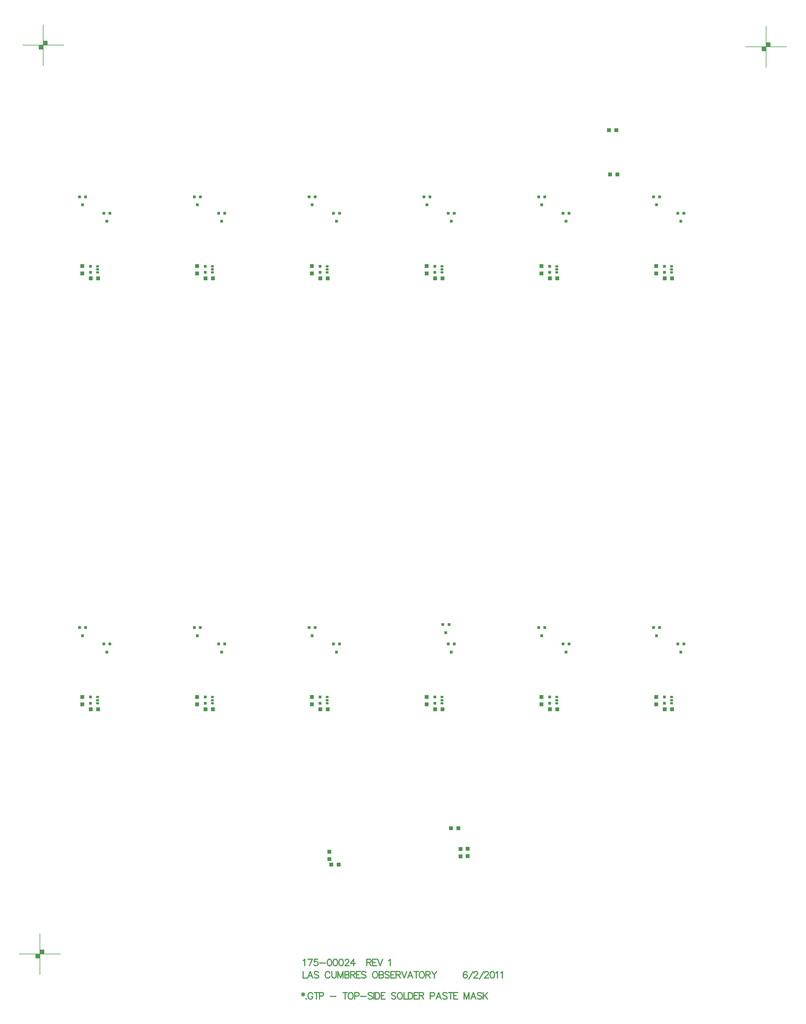
<source format=gtp>
%FSLAX23Y23*%
%MOIN*%
G70*
G01*
G75*
G04 Layer_Color=8421504*
%ADD10R,0.035X0.037*%
%ADD11R,0.035X0.037*%
%ADD12R,0.036X0.036*%
%ADD13R,0.036X0.028*%
%ADD14R,0.050X0.050*%
%ADD15R,0.050X0.050*%
%ADD16C,0.005*%
%ADD17C,0.010*%
%ADD18C,0.050*%
%ADD19C,0.012*%
%ADD20C,0.012*%
%ADD21C,0.008*%
%ADD22C,0.012*%
%ADD23C,0.157*%
%ADD24C,0.079*%
%ADD25C,0.020*%
%ADD26C,0.220*%
%ADD27C,0.039*%
%ADD28C,0.055*%
%ADD29R,0.055X0.055*%
%ADD30C,0.116*%
%ADD31C,0.085*%
%ADD32R,0.098X0.098*%
%ADD33C,0.098*%
%ADD34C,0.080*%
%ADD35C,0.065*%
%ADD36C,0.059*%
%ADD37C,0.055*%
%ADD38R,0.059X0.059*%
%ADD39C,0.110*%
%ADD40C,0.217*%
%ADD41C,0.200*%
%ADD42C,0.026*%
%ADD43C,0.050*%
%ADD44C,0.024*%
%ADD45C,0.025*%
%ADD46C,0.040*%
%ADD47C,0.131*%
%ADD48C,0.076*%
%ADD49C,0.206*%
%ADD50C,0.080*%
%ADD51C,0.075*%
%ADD52C,0.168*%
%ADD53C,0.102*%
%ADD54C,0.091*%
G04:AMPARAMS|DCode=55|XSize=111.181mil|YSize=111.181mil|CornerRadius=0mil|HoleSize=0mil|Usage=FLASHONLY|Rotation=0.000|XOffset=0mil|YOffset=0mil|HoleType=Round|Shape=Relief|Width=30mil|Gap=10mil|Entries=4|*
%AMTHD55*
7,0,0,0.111,0.091,0.030,45*
%
%ADD55THD55*%
G04:AMPARAMS|DCode=56|XSize=112mil|YSize=112mil|CornerRadius=0mil|HoleSize=0mil|Usage=FLASHONLY|Rotation=0.000|XOffset=0mil|YOffset=0mil|HoleType=Round|Shape=Relief|Width=30mil|Gap=10mil|Entries=4|*
%AMTHD56*
7,0,0,0.112,0.092,0.030,45*
%
%ADD56THD56*%
%ADD57C,0.092*%
%ADD58C,0.138*%
%ADD59C,0.073*%
%ADD60C,0.099*%
G04:AMPARAMS|DCode=61|XSize=119.055mil|YSize=119.055mil|CornerRadius=0mil|HoleSize=0mil|Usage=FLASHONLY|Rotation=0.000|XOffset=0mil|YOffset=0mil|HoleType=Round|Shape=Relief|Width=30mil|Gap=10mil|Entries=4|*
%AMTHD61*
7,0,0,0.119,0.099,0.030,45*
%
%ADD61THD61*%
%ADD62C,0.075*%
G04:AMPARAMS|DCode=63|XSize=130mil|YSize=130mil|CornerRadius=0mil|HoleSize=0mil|Usage=FLASHONLY|Rotation=0.000|XOffset=0mil|YOffset=0mil|HoleType=Round|Shape=Relief|Width=30mil|Gap=10mil|Entries=4|*
%AMTHD63*
7,0,0,0.130,0.110,0.030,45*
%
%ADD63THD63*%
%ADD64C,0.168*%
%ADD65C,0.053*%
G04:AMPARAMS|DCode=66|XSize=88mil|YSize=88mil|CornerRadius=0mil|HoleSize=0mil|Usage=FLASHONLY|Rotation=0.000|XOffset=0mil|YOffset=0mil|HoleType=Round|Shape=Relief|Width=30mil|Gap=10mil|Entries=4|*
%AMTHD66*
7,0,0,0.088,0.068,0.030,45*
%
%ADD66THD66*%
G04:AMPARAMS|DCode=67|XSize=70mil|YSize=70mil|CornerRadius=0mil|HoleSize=0mil|Usage=FLASHONLY|Rotation=0.000|XOffset=0mil|YOffset=0mil|HoleType=Round|Shape=Relief|Width=30mil|Gap=10mil|Entries=4|*
%AMTHD67*
7,0,0,0.070,0.050,0.030,45*
%
%ADD67THD67*%
%ADD68C,0.068*%
G04:AMPARAMS|DCode=69|XSize=100mil|YSize=100mil|CornerRadius=0mil|HoleSize=0mil|Usage=FLASHONLY|Rotation=0.000|XOffset=0mil|YOffset=0mil|HoleType=Round|Shape=Relief|Width=10mil|Gap=10mil|Entries=4|*
%AMTHD69*
7,0,0,0.100,0.080,0.010,45*
%
%ADD69THD69*%
G04:AMPARAMS|DCode=70|XSize=70mil|YSize=70mil|CornerRadius=0mil|HoleSize=0mil|Usage=FLASHONLY|Rotation=0.000|XOffset=0mil|YOffset=0mil|HoleType=Round|Shape=Relief|Width=10mil|Gap=10mil|Entries=4|*
%AMTHD70*
7,0,0,0.070,0.050,0.010,45*
%
%ADD70THD70*%
G04:AMPARAMS|DCode=71|XSize=150.551mil|YSize=150.551mil|CornerRadius=0mil|HoleSize=0mil|Usage=FLASHONLY|Rotation=0.000|XOffset=0mil|YOffset=0mil|HoleType=Round|Shape=Relief|Width=10mil|Gap=10mil|Entries=4|*
%AMTHD71*
7,0,0,0.151,0.131,0.010,45*
%
%ADD71THD71*%
G04:AMPARAMS|DCode=72|XSize=96.221mil|YSize=96.221mil|CornerRadius=0mil|HoleSize=0mil|Usage=FLASHONLY|Rotation=0.000|XOffset=0mil|YOffset=0mil|HoleType=Round|Shape=Relief|Width=10mil|Gap=10mil|Entries=4|*
%AMTHD72*
7,0,0,0.096,0.076,0.010,45*
%
%ADD72THD72*%
G04:AMPARAMS|DCode=73|XSize=95mil|YSize=95mil|CornerRadius=0mil|HoleSize=0mil|Usage=FLASHONLY|Rotation=0.000|XOffset=0mil|YOffset=0mil|HoleType=Round|Shape=Relief|Width=10mil|Gap=10mil|Entries=4|*
%AMTHD73*
7,0,0,0.095,0.075,0.010,45*
%
%ADD73THD73*%
G04:AMPARAMS|DCode=74|XSize=122mil|YSize=122mil|CornerRadius=0mil|HoleSize=0mil|Usage=FLASHONLY|Rotation=0.000|XOffset=0mil|YOffset=0mil|HoleType=Round|Shape=Relief|Width=10mil|Gap=10mil|Entries=4|*
%AMTHD74*
7,0,0,0.122,0.102,0.010,45*
%
%ADD74THD74*%
G04:AMPARAMS|DCode=75|XSize=112mil|YSize=112mil|CornerRadius=0mil|HoleSize=0mil|Usage=FLASHONLY|Rotation=0.000|XOffset=0mil|YOffset=0mil|HoleType=Round|Shape=Relief|Width=10mil|Gap=10mil|Entries=4|*
%AMTHD75*
7,0,0,0.112,0.092,0.010,45*
%
%ADD75THD75*%
G04:AMPARAMS|DCode=76|XSize=93.465mil|YSize=93.465mil|CornerRadius=0mil|HoleSize=0mil|Usage=FLASHONLY|Rotation=0.000|XOffset=0mil|YOffset=0mil|HoleType=Round|Shape=Relief|Width=10mil|Gap=10mil|Entries=4|*
%AMTHD76*
7,0,0,0.093,0.073,0.010,45*
%
%ADD76THD76*%
G04:AMPARAMS|DCode=77|XSize=95.433mil|YSize=95.433mil|CornerRadius=0mil|HoleSize=0mil|Usage=FLASHONLY|Rotation=0.000|XOffset=0mil|YOffset=0mil|HoleType=Round|Shape=Relief|Width=10mil|Gap=10mil|Entries=4|*
%AMTHD77*
7,0,0,0.095,0.075,0.010,45*
%
%ADD77THD77*%
G04:AMPARAMS|DCode=78|XSize=72.992mil|YSize=72.992mil|CornerRadius=0mil|HoleSize=0mil|Usage=FLASHONLY|Rotation=0.000|XOffset=0mil|YOffset=0mil|HoleType=Round|Shape=Relief|Width=10mil|Gap=10mil|Entries=4|*
%AMTHD78*
7,0,0,0.073,0.053,0.010,45*
%
%ADD78THD78*%
G04:AMPARAMS|DCode=79|XSize=88mil|YSize=88mil|CornerRadius=0mil|HoleSize=0mil|Usage=FLASHONLY|Rotation=0.000|XOffset=0mil|YOffset=0mil|HoleType=Round|Shape=Relief|Width=10mil|Gap=10mil|Entries=4|*
%AMTHD79*
7,0,0,0.088,0.068,0.010,45*
%
%ADD79THD79*%
%ADD80R,0.075X0.037*%
%ADD81R,0.272X0.268*%
%ADD82R,0.057X0.012*%
%ADD83R,0.025X0.185*%
%ADD84R,0.025X0.100*%
%ADD85R,0.016X0.020*%
%ADD86R,0.020X0.020*%
%ADD87R,0.070X0.135*%
%ADD88R,0.078X0.048*%
%ADD89R,0.063X0.075*%
%ADD90O,0.028X0.098*%
%ADD91R,0.045X0.017*%
%ADD92R,0.087X0.059*%
%ADD93R,0.126X0.060*%
%ADD94R,0.065X0.094*%
%ADD95O,0.027X0.010*%
%ADD96R,0.094X0.065*%
%ADD97O,0.010X0.024*%
%ADD98R,0.040X0.067*%
%ADD99R,0.051X0.059*%
%ADD100R,0.070X0.025*%
%ADD101R,0.059X0.051*%
%ADD102R,0.059X0.087*%
%ADD103C,0.020*%
%ADD104C,0.030*%
%ADD105C,0.010*%
%ADD106C,0.010*%
%ADD107C,0.008*%
%ADD108C,0.006*%
%ADD109C,0.007*%
%ADD110R,0.384X0.322*%
D10*
X36445Y21314D02*
D03*
X36482Y21412D02*
D03*
X29740Y26365D02*
D03*
X29777Y26463D02*
D03*
X31140Y26365D02*
D03*
X31177Y26463D02*
D03*
X32540Y26365D02*
D03*
X32577Y26463D02*
D03*
X33940Y26365D02*
D03*
X33977Y26463D02*
D03*
X35340Y26365D02*
D03*
X35377Y26463D02*
D03*
X36740Y26365D02*
D03*
X36777Y26463D02*
D03*
X29740Y21114D02*
D03*
X29777Y21212D02*
D03*
X31140Y21114D02*
D03*
X31177Y21212D02*
D03*
X32540Y21114D02*
D03*
X32577Y21212D02*
D03*
X33940Y21114D02*
D03*
X33977Y21212D02*
D03*
X35340Y21114D02*
D03*
X35377Y21212D02*
D03*
X36740Y21114D02*
D03*
X36777Y21212D02*
D03*
X29445Y26565D02*
D03*
X29482Y26663D02*
D03*
X30845Y26565D02*
D03*
X30882Y26663D02*
D03*
X32245Y26565D02*
D03*
X32282Y26663D02*
D03*
X33645Y26565D02*
D03*
X33682Y26663D02*
D03*
X35045Y26565D02*
D03*
X35082Y26663D02*
D03*
X36445Y26565D02*
D03*
X36482Y26663D02*
D03*
X29445Y21314D02*
D03*
X29482Y21412D02*
D03*
X30845Y21314D02*
D03*
X30882Y21412D02*
D03*
X32245Y21314D02*
D03*
X32282Y21412D02*
D03*
X33875Y21351D02*
D03*
X33913Y21449D02*
D03*
X35045Y21314D02*
D03*
X35082Y21412D02*
D03*
D11*
X36408Y21412D02*
D03*
X29703Y26463D02*
D03*
X31103D02*
D03*
X32503D02*
D03*
X33903D02*
D03*
X35303D02*
D03*
X36703D02*
D03*
X29703Y21212D02*
D03*
X31103D02*
D03*
X32503D02*
D03*
X33903D02*
D03*
X35303D02*
D03*
X36703D02*
D03*
X29408Y26663D02*
D03*
X30808D02*
D03*
X32208D02*
D03*
X33608D02*
D03*
X35008D02*
D03*
X36408D02*
D03*
X29408Y21412D02*
D03*
X30808D02*
D03*
X32208D02*
D03*
X33838Y21449D02*
D03*
X35008Y21412D02*
D03*
D12*
X36542Y20565D02*
D03*
Y20491D02*
D03*
X29542Y25816D02*
D03*
Y25742D02*
D03*
X30942Y25816D02*
D03*
Y25742D02*
D03*
X32342Y25816D02*
D03*
Y25742D02*
D03*
X33742Y25816D02*
D03*
Y25742D02*
D03*
X35142Y25816D02*
D03*
Y25742D02*
D03*
X36542Y25816D02*
D03*
Y25742D02*
D03*
X29542Y20565D02*
D03*
Y20491D02*
D03*
X30942Y20565D02*
D03*
Y20491D02*
D03*
X32342Y20565D02*
D03*
Y20491D02*
D03*
X33742Y20565D02*
D03*
Y20491D02*
D03*
X35142Y20565D02*
D03*
Y20491D02*
D03*
D13*
X36628Y20528D02*
D03*
Y20565D02*
D03*
Y20491D02*
D03*
X29628Y25779D02*
D03*
Y25816D02*
D03*
Y25742D02*
D03*
X31028Y25779D02*
D03*
Y25816D02*
D03*
Y25742D02*
D03*
X32428Y25779D02*
D03*
Y25816D02*
D03*
Y25742D02*
D03*
X33828Y25779D02*
D03*
Y25816D02*
D03*
Y25742D02*
D03*
X35228Y25779D02*
D03*
Y25816D02*
D03*
Y25742D02*
D03*
X36628Y25779D02*
D03*
Y25816D02*
D03*
Y25742D02*
D03*
X29628Y20528D02*
D03*
Y20565D02*
D03*
Y20491D02*
D03*
X31028Y20528D02*
D03*
Y20565D02*
D03*
Y20491D02*
D03*
X32428Y20528D02*
D03*
Y20565D02*
D03*
Y20491D02*
D03*
X33828Y20528D02*
D03*
Y20565D02*
D03*
Y20491D02*
D03*
X35228Y20528D02*
D03*
Y20565D02*
D03*
Y20491D02*
D03*
D14*
X29440Y25819D02*
D03*
Y25729D02*
D03*
X30840Y25819D02*
D03*
Y25729D02*
D03*
X32240Y25819D02*
D03*
Y25729D02*
D03*
X33640Y25819D02*
D03*
Y25729D02*
D03*
X35040Y25819D02*
D03*
Y25729D02*
D03*
X36440Y25819D02*
D03*
Y25729D02*
D03*
X29440Y20568D02*
D03*
Y20478D02*
D03*
X30840Y20568D02*
D03*
Y20478D02*
D03*
X32240Y20568D02*
D03*
Y20478D02*
D03*
X33640Y20568D02*
D03*
Y20478D02*
D03*
X35040Y20568D02*
D03*
Y20478D02*
D03*
X36440Y20568D02*
D03*
Y20478D02*
D03*
X34142Y18628D02*
D03*
Y18718D02*
D03*
X34054Y18713D02*
D03*
Y18623D02*
D03*
X32454Y18589D02*
D03*
Y18679D02*
D03*
D15*
X35956Y27477D02*
D03*
X35866D02*
D03*
X35969Y26937D02*
D03*
X35879D02*
D03*
X34029Y18968D02*
D03*
X33939D02*
D03*
X32569Y18524D02*
D03*
X32479D02*
D03*
X29635Y25669D02*
D03*
X29545D02*
D03*
X31035D02*
D03*
X30945D02*
D03*
X32435D02*
D03*
X32345D02*
D03*
X33835D02*
D03*
X33745D02*
D03*
X35235D02*
D03*
X35145D02*
D03*
X36635D02*
D03*
X36545D02*
D03*
X29635Y20418D02*
D03*
X29545D02*
D03*
X31035D02*
D03*
X30945D02*
D03*
X32435D02*
D03*
X32345D02*
D03*
X33835D02*
D03*
X33745D02*
D03*
X35235D02*
D03*
X35145D02*
D03*
X36635D02*
D03*
X36545D02*
D03*
D19*
X32134Y16963D02*
Y16917D01*
X32115Y16952D02*
X32153Y16929D01*
Y16952D02*
X32115Y16929D01*
X32173Y16891D02*
X32169Y16887D01*
X32173Y16883D01*
X32177Y16887D01*
X32173Y16891D01*
X32252Y16944D02*
X32248Y16952D01*
X32240Y16959D01*
X32233Y16963D01*
X32217D01*
X32210Y16959D01*
X32202Y16952D01*
X32198Y16944D01*
X32195Y16933D01*
Y16913D01*
X32198Y16902D01*
X32202Y16894D01*
X32210Y16887D01*
X32217Y16883D01*
X32233D01*
X32240Y16887D01*
X32248Y16894D01*
X32252Y16902D01*
Y16913D01*
X32233D02*
X32252D01*
X32297Y16963D02*
Y16883D01*
X32270Y16963D02*
X32323D01*
X32333Y16921D02*
X32367D01*
X32379Y16925D01*
X32382Y16929D01*
X32386Y16936D01*
Y16948D01*
X32382Y16955D01*
X32379Y16959D01*
X32367Y16963D01*
X32333D01*
Y16883D01*
X32467Y16917D02*
X32535D01*
X32649Y16963D02*
Y16883D01*
X32622Y16963D02*
X32675D01*
X32708D02*
X32700Y16959D01*
X32692Y16952D01*
X32689Y16944D01*
X32685Y16933D01*
Y16913D01*
X32689Y16902D01*
X32692Y16894D01*
X32700Y16887D01*
X32708Y16883D01*
X32723D01*
X32730Y16887D01*
X32738Y16894D01*
X32742Y16902D01*
X32746Y16913D01*
Y16933D01*
X32742Y16944D01*
X32738Y16952D01*
X32730Y16959D01*
X32723Y16963D01*
X32708D01*
X32764Y16921D02*
X32799D01*
X32810Y16925D01*
X32814Y16929D01*
X32818Y16936D01*
Y16948D01*
X32814Y16955D01*
X32810Y16959D01*
X32799Y16963D01*
X32764D01*
Y16883D01*
X32836Y16917D02*
X32904D01*
X32981Y16952D02*
X32973Y16959D01*
X32962Y16963D01*
X32947D01*
X32935Y16959D01*
X32928Y16952D01*
Y16944D01*
X32932Y16936D01*
X32935Y16933D01*
X32943Y16929D01*
X32966Y16921D01*
X32973Y16917D01*
X32977Y16913D01*
X32981Y16906D01*
Y16894D01*
X32973Y16887D01*
X32962Y16883D01*
X32947D01*
X32935Y16887D01*
X32928Y16894D01*
X32999Y16963D02*
Y16883D01*
X33016Y16963D02*
Y16883D01*
Y16963D02*
X33042D01*
X33054Y16959D01*
X33061Y16952D01*
X33065Y16944D01*
X33069Y16933D01*
Y16913D01*
X33065Y16902D01*
X33061Y16894D01*
X33054Y16887D01*
X33042Y16883D01*
X33016D01*
X33136Y16963D02*
X33087D01*
Y16883D01*
X33136D01*
X33087Y16925D02*
X33117D01*
X33266Y16952D02*
X33258Y16959D01*
X33247Y16963D01*
X33232D01*
X33220Y16959D01*
X33213Y16952D01*
Y16944D01*
X33216Y16936D01*
X33220Y16933D01*
X33228Y16929D01*
X33251Y16921D01*
X33258Y16917D01*
X33262Y16913D01*
X33266Y16906D01*
Y16894D01*
X33258Y16887D01*
X33247Y16883D01*
X33232D01*
X33220Y16887D01*
X33213Y16894D01*
X33307Y16963D02*
X33299Y16959D01*
X33292Y16952D01*
X33288Y16944D01*
X33284Y16933D01*
Y16913D01*
X33288Y16902D01*
X33292Y16894D01*
X33299Y16887D01*
X33307Y16883D01*
X33322D01*
X33330Y16887D01*
X33337Y16894D01*
X33341Y16902D01*
X33345Y16913D01*
Y16933D01*
X33341Y16944D01*
X33337Y16952D01*
X33330Y16959D01*
X33322Y16963D01*
X33307D01*
X33363D02*
Y16883D01*
X33409D01*
X33418Y16963D02*
Y16883D01*
Y16963D02*
X33445D01*
X33456Y16959D01*
X33464Y16952D01*
X33467Y16944D01*
X33471Y16933D01*
Y16913D01*
X33467Y16902D01*
X33464Y16894D01*
X33456Y16887D01*
X33445Y16883D01*
X33418D01*
X33539Y16963D02*
X33489D01*
Y16883D01*
X33539D01*
X33489Y16925D02*
X33520D01*
X33552Y16963D02*
Y16883D01*
Y16963D02*
X33586D01*
X33598Y16959D01*
X33602Y16955D01*
X33605Y16948D01*
Y16940D01*
X33602Y16933D01*
X33598Y16929D01*
X33586Y16925D01*
X33552D01*
X33579D02*
X33605Y16883D01*
X33686Y16921D02*
X33720D01*
X33732Y16925D01*
X33736Y16929D01*
X33739Y16936D01*
Y16948D01*
X33736Y16955D01*
X33732Y16959D01*
X33720Y16963D01*
X33686D01*
Y16883D01*
X33818D02*
X33788Y16963D01*
X33757Y16883D01*
X33769Y16910D02*
X33807D01*
X33890Y16952D02*
X33883Y16959D01*
X33871Y16963D01*
X33856D01*
X33845Y16959D01*
X33837Y16952D01*
Y16944D01*
X33841Y16936D01*
X33845Y16933D01*
X33852Y16929D01*
X33875Y16921D01*
X33883Y16917D01*
X33886Y16913D01*
X33890Y16906D01*
Y16894D01*
X33883Y16887D01*
X33871Y16883D01*
X33856D01*
X33845Y16887D01*
X33837Y16894D01*
X33935Y16963D02*
Y16883D01*
X33908Y16963D02*
X33961D01*
X34020D02*
X33971D01*
Y16883D01*
X34020D01*
X33971Y16925D02*
X34001D01*
X34097Y16963D02*
Y16883D01*
Y16963D02*
X34127Y16883D01*
X34158Y16963D02*
X34127Y16883D01*
X34158Y16963D02*
Y16883D01*
X34241D02*
X34211Y16963D01*
X34180Y16883D01*
X34192Y16910D02*
X34230D01*
X34313Y16952D02*
X34306Y16959D01*
X34294Y16963D01*
X34279D01*
X34268Y16959D01*
X34260Y16952D01*
Y16944D01*
X34264Y16936D01*
X34268Y16933D01*
X34275Y16929D01*
X34298Y16921D01*
X34306Y16917D01*
X34310Y16913D01*
X34313Y16906D01*
Y16894D01*
X34306Y16887D01*
X34294Y16883D01*
X34279D01*
X34268Y16887D01*
X34260Y16894D01*
X34331Y16963D02*
Y16883D01*
X34385Y16963D02*
X34331Y16910D01*
X34350Y16929D02*
X34385Y16883D01*
X32136Y17353D02*
X32144Y17357D01*
X32155Y17369D01*
Y17289D01*
X32248Y17369D02*
X32210Y17289D01*
X32195Y17369D02*
X32248D01*
X32312D02*
X32274D01*
X32270Y17334D01*
X32274Y17338D01*
X32285Y17342D01*
X32296D01*
X32308Y17338D01*
X32315Y17330D01*
X32319Y17319D01*
Y17311D01*
X32315Y17300D01*
X32308Y17292D01*
X32296Y17289D01*
X32285D01*
X32274Y17292D01*
X32270Y17296D01*
X32266Y17304D01*
X32337Y17323D02*
X32406D01*
X32452Y17369D02*
X32441Y17365D01*
X32433Y17353D01*
X32429Y17334D01*
Y17323D01*
X32433Y17304D01*
X32441Y17292D01*
X32452Y17289D01*
X32460D01*
X32471Y17292D01*
X32479Y17304D01*
X32483Y17323D01*
Y17334D01*
X32479Y17353D01*
X32471Y17365D01*
X32460Y17369D01*
X32452D01*
X32523D02*
X32512Y17365D01*
X32504Y17353D01*
X32501Y17334D01*
Y17323D01*
X32504Y17304D01*
X32512Y17292D01*
X32523Y17289D01*
X32531D01*
X32542Y17292D01*
X32550Y17304D01*
X32554Y17323D01*
Y17334D01*
X32550Y17353D01*
X32542Y17365D01*
X32531Y17369D01*
X32523D01*
X32595D02*
X32583Y17365D01*
X32576Y17353D01*
X32572Y17334D01*
Y17323D01*
X32576Y17304D01*
X32583Y17292D01*
X32595Y17289D01*
X32602D01*
X32614Y17292D01*
X32621Y17304D01*
X32625Y17323D01*
Y17334D01*
X32621Y17353D01*
X32614Y17365D01*
X32602Y17369D01*
X32595D01*
X32647Y17350D02*
Y17353D01*
X32651Y17361D01*
X32654Y17365D01*
X32662Y17369D01*
X32677D01*
X32685Y17365D01*
X32689Y17361D01*
X32692Y17353D01*
Y17346D01*
X32689Y17338D01*
X32681Y17327D01*
X32643Y17289D01*
X32696D01*
X32752Y17369D02*
X32714Y17315D01*
X32771D01*
X32752Y17369D02*
Y17289D01*
X32911Y17369D02*
Y17289D01*
Y17369D02*
X32945D01*
X32957Y17365D01*
X32961Y17361D01*
X32964Y17353D01*
Y17346D01*
X32961Y17338D01*
X32957Y17334D01*
X32945Y17330D01*
X32911D01*
X32938D02*
X32964Y17289D01*
X33032Y17369D02*
X32982D01*
Y17289D01*
X33032D01*
X32982Y17330D02*
X33013D01*
X33045Y17369D02*
X33076Y17289D01*
X33106Y17369D02*
X33076Y17289D01*
X33179Y17353D02*
X33187Y17357D01*
X33198Y17369D01*
Y17289D01*
D21*
X37781Y28243D02*
Y28743D01*
X37531Y28493D02*
X38031D01*
X37731Y28443D02*
X37781D01*
X37731D02*
Y28493D01*
X37781Y28543D02*
X37831D01*
Y28493D02*
Y28543D01*
X37786Y28498D02*
Y28538D01*
X37826D01*
Y28498D02*
Y28538D01*
X37786Y28498D02*
X37826D01*
X37791Y28503D02*
Y28533D01*
X37821D01*
Y28503D02*
Y28533D01*
X37796Y28503D02*
X37821D01*
X37796Y28508D02*
Y28528D01*
X37816D01*
Y28508D02*
Y28528D01*
X37801Y28508D02*
X37816D01*
X37801Y28513D02*
Y28523D01*
X37811D01*
Y28513D02*
Y28523D01*
X37801Y28513D02*
X37811D01*
X37806D02*
Y28523D01*
X37736Y28448D02*
Y28488D01*
X37776D01*
Y28448D02*
Y28488D01*
X37736Y28448D02*
X37776D01*
X37741Y28453D02*
Y28483D01*
X37771D01*
Y28453D02*
Y28483D01*
X37746Y28453D02*
X37771D01*
X37746Y28458D02*
Y28478D01*
X37766D01*
Y28458D02*
Y28478D01*
X37751Y28458D02*
X37766D01*
X37751Y28463D02*
Y28473D01*
X37761D01*
Y28463D02*
Y28473D01*
X37751Y28463D02*
X37761D01*
X37756D02*
Y28473D01*
X28965Y28263D02*
Y28763D01*
X28715Y28513D02*
X29215D01*
X28915Y28463D02*
X28965D01*
X28915D02*
Y28513D01*
X28965Y28563D02*
X29015D01*
Y28513D02*
Y28563D01*
X28970Y28518D02*
Y28558D01*
X29010D01*
Y28518D02*
Y28558D01*
X28970Y28518D02*
X29010D01*
X28975Y28523D02*
Y28553D01*
X29005D01*
Y28523D02*
Y28553D01*
X28980Y28523D02*
X29005D01*
X28980Y28528D02*
Y28548D01*
X29000D01*
Y28528D02*
Y28548D01*
X28985Y28528D02*
X29000D01*
X28985Y28533D02*
Y28543D01*
X28995D01*
Y28533D02*
Y28543D01*
X28985Y28533D02*
X28995D01*
X28990D02*
Y28543D01*
X28920Y28468D02*
Y28508D01*
X28960D01*
Y28468D02*
Y28508D01*
X28920Y28468D02*
X28960D01*
X28925Y28473D02*
Y28503D01*
X28955D01*
Y28473D02*
Y28503D01*
X28930Y28473D02*
X28955D01*
X28930Y28478D02*
Y28498D01*
X28950D01*
Y28478D02*
Y28498D01*
X28935Y28478D02*
X28950D01*
X28935Y28483D02*
Y28493D01*
X28945D01*
Y28483D02*
Y28493D01*
X28935Y28483D02*
X28945D01*
X28940D02*
Y28493D01*
X28926Y17184D02*
Y17684D01*
X28676Y17434D02*
X29176D01*
X28876Y17384D02*
X28926D01*
X28876D02*
Y17434D01*
X28926Y17484D02*
X28976D01*
Y17434D02*
Y17484D01*
X28931Y17439D02*
Y17479D01*
X28971D01*
Y17439D02*
Y17479D01*
X28931Y17439D02*
X28971D01*
X28936Y17444D02*
Y17474D01*
X28966D01*
Y17444D02*
Y17474D01*
X28941Y17444D02*
X28966D01*
X28941Y17449D02*
Y17469D01*
X28961D01*
Y17449D02*
Y17469D01*
X28946Y17449D02*
X28961D01*
X28946Y17454D02*
Y17464D01*
X28956D01*
Y17454D02*
Y17464D01*
X28946Y17454D02*
X28956D01*
X28951D02*
Y17464D01*
X28881Y17389D02*
Y17429D01*
X28921D01*
Y17389D02*
Y17429D01*
X28881Y17389D02*
X28921D01*
X28886Y17394D02*
Y17424D01*
X28916D01*
Y17394D02*
Y17424D01*
X28891Y17394D02*
X28916D01*
X28891Y17399D02*
Y17419D01*
X28911D01*
Y17399D02*
Y17419D01*
X28896Y17399D02*
X28911D01*
X28896Y17404D02*
Y17414D01*
X28906D01*
Y17404D02*
Y17414D01*
X28896Y17404D02*
X28906D01*
X28901D02*
Y17414D01*
D22*
X32136Y17219D02*
Y17139D01*
X32182D01*
X32251D02*
X32221Y17219D01*
X32190Y17139D01*
X32202Y17165D02*
X32240D01*
X32323Y17207D02*
X32316Y17215D01*
X32304Y17219D01*
X32289D01*
X32278Y17215D01*
X32270Y17207D01*
Y17200D01*
X32274Y17192D01*
X32278Y17188D01*
X32285Y17184D01*
X32308Y17177D01*
X32316Y17173D01*
X32320Y17169D01*
X32323Y17161D01*
Y17150D01*
X32316Y17142D01*
X32304Y17139D01*
X32289D01*
X32278Y17142D01*
X32270Y17150D01*
X32461Y17200D02*
X32457Y17207D01*
X32450Y17215D01*
X32442Y17219D01*
X32427D01*
X32419Y17215D01*
X32412Y17207D01*
X32408Y17200D01*
X32404Y17188D01*
Y17169D01*
X32408Y17158D01*
X32412Y17150D01*
X32419Y17142D01*
X32427Y17139D01*
X32442D01*
X32450Y17142D01*
X32457Y17150D01*
X32461Y17158D01*
X32484Y17219D02*
Y17161D01*
X32488Y17150D01*
X32495Y17142D01*
X32507Y17139D01*
X32514D01*
X32526Y17142D01*
X32533Y17150D01*
X32537Y17161D01*
Y17219D01*
X32559D02*
Y17139D01*
Y17219D02*
X32590Y17139D01*
X32620Y17219D02*
X32590Y17139D01*
X32620Y17219D02*
Y17139D01*
X32643Y17219D02*
Y17139D01*
Y17219D02*
X32677D01*
X32689Y17215D01*
X32692Y17211D01*
X32696Y17203D01*
Y17196D01*
X32692Y17188D01*
X32689Y17184D01*
X32677Y17180D01*
X32643D02*
X32677D01*
X32689Y17177D01*
X32692Y17173D01*
X32696Y17165D01*
Y17154D01*
X32692Y17146D01*
X32689Y17142D01*
X32677Y17139D01*
X32643D01*
X32714Y17219D02*
Y17139D01*
Y17219D02*
X32748D01*
X32760Y17215D01*
X32764Y17211D01*
X32768Y17203D01*
Y17196D01*
X32764Y17188D01*
X32760Y17184D01*
X32748Y17180D01*
X32714D01*
X32741D02*
X32768Y17139D01*
X32835Y17219D02*
X32785D01*
Y17139D01*
X32835D01*
X32785Y17180D02*
X32816D01*
X32902Y17207D02*
X32894Y17215D01*
X32883Y17219D01*
X32867D01*
X32856Y17215D01*
X32848Y17207D01*
Y17200D01*
X32852Y17192D01*
X32856Y17188D01*
X32863Y17184D01*
X32886Y17177D01*
X32894Y17173D01*
X32898Y17169D01*
X32902Y17161D01*
Y17150D01*
X32894Y17142D01*
X32883Y17139D01*
X32867D01*
X32856Y17142D01*
X32848Y17150D01*
X33005Y17219D02*
X32998Y17215D01*
X32990Y17207D01*
X32986Y17200D01*
X32982Y17188D01*
Y17169D01*
X32986Y17158D01*
X32990Y17150D01*
X32998Y17142D01*
X33005Y17139D01*
X33020D01*
X33028Y17142D01*
X33036Y17150D01*
X33039Y17158D01*
X33043Y17169D01*
Y17188D01*
X33039Y17200D01*
X33036Y17207D01*
X33028Y17215D01*
X33020Y17219D01*
X33005D01*
X33062D02*
Y17139D01*
Y17219D02*
X33096D01*
X33108Y17215D01*
X33111Y17211D01*
X33115Y17203D01*
Y17196D01*
X33111Y17188D01*
X33108Y17184D01*
X33096Y17180D01*
X33062D02*
X33096D01*
X33108Y17177D01*
X33111Y17173D01*
X33115Y17165D01*
Y17154D01*
X33111Y17146D01*
X33108Y17142D01*
X33096Y17139D01*
X33062D01*
X33186Y17207D02*
X33179Y17215D01*
X33167Y17219D01*
X33152D01*
X33141Y17215D01*
X33133Y17207D01*
Y17200D01*
X33137Y17192D01*
X33141Y17188D01*
X33148Y17184D01*
X33171Y17177D01*
X33179Y17173D01*
X33183Y17169D01*
X33186Y17161D01*
Y17150D01*
X33179Y17142D01*
X33167Y17139D01*
X33152D01*
X33141Y17142D01*
X33133Y17150D01*
X33254Y17219D02*
X33204D01*
Y17139D01*
X33254D01*
X33204Y17180D02*
X33235D01*
X33267Y17219D02*
Y17139D01*
Y17219D02*
X33301D01*
X33313Y17215D01*
X33317Y17211D01*
X33321Y17203D01*
Y17196D01*
X33317Y17188D01*
X33313Y17184D01*
X33301Y17180D01*
X33267D01*
X33294D02*
X33321Y17139D01*
X33338Y17219D02*
X33369Y17139D01*
X33399Y17219D02*
X33369Y17139D01*
X33471D02*
X33440Y17219D01*
X33410Y17139D01*
X33421Y17165D02*
X33459D01*
X33516Y17219D02*
Y17139D01*
X33489Y17219D02*
X33543D01*
X33575D02*
X33567Y17215D01*
X33560Y17207D01*
X33556Y17200D01*
X33552Y17188D01*
Y17169D01*
X33556Y17158D01*
X33560Y17150D01*
X33567Y17142D01*
X33575Y17139D01*
X33590D01*
X33598Y17142D01*
X33605Y17150D01*
X33609Y17158D01*
X33613Y17169D01*
Y17188D01*
X33609Y17200D01*
X33605Y17207D01*
X33598Y17215D01*
X33590Y17219D01*
X33575D01*
X33632D02*
Y17139D01*
Y17219D02*
X33666D01*
X33677Y17215D01*
X33681Y17211D01*
X33685Y17203D01*
Y17196D01*
X33681Y17188D01*
X33677Y17184D01*
X33666Y17180D01*
X33632D01*
X33658D02*
X33685Y17139D01*
X33703Y17219D02*
X33733Y17180D01*
Y17139D01*
X33764Y17219D02*
X33733Y17180D01*
X34134Y17207D02*
X34130Y17215D01*
X34119Y17219D01*
X34111D01*
X34100Y17215D01*
X34092Y17203D01*
X34088Y17184D01*
Y17165D01*
X34092Y17150D01*
X34100Y17142D01*
X34111Y17139D01*
X34115D01*
X34126Y17142D01*
X34134Y17150D01*
X34138Y17161D01*
Y17165D01*
X34134Y17177D01*
X34126Y17184D01*
X34115Y17188D01*
X34111D01*
X34100Y17184D01*
X34092Y17177D01*
X34088Y17165D01*
X34155Y17127D02*
X34209Y17219D01*
X34218Y17200D02*
Y17203D01*
X34222Y17211D01*
X34225Y17215D01*
X34233Y17219D01*
X34248D01*
X34256Y17215D01*
X34260Y17211D01*
X34264Y17203D01*
Y17196D01*
X34260Y17188D01*
X34252Y17177D01*
X34214Y17139D01*
X34267D01*
X34285Y17127D02*
X34339Y17219D01*
X34348Y17200D02*
Y17203D01*
X34352Y17211D01*
X34355Y17215D01*
X34363Y17219D01*
X34378D01*
X34386Y17215D01*
X34390Y17211D01*
X34393Y17203D01*
Y17196D01*
X34390Y17188D01*
X34382Y17177D01*
X34344Y17139D01*
X34397D01*
X34438Y17219D02*
X34427Y17215D01*
X34419Y17203D01*
X34415Y17184D01*
Y17173D01*
X34419Y17154D01*
X34427Y17142D01*
X34438Y17139D01*
X34446D01*
X34457Y17142D01*
X34465Y17154D01*
X34468Y17173D01*
Y17184D01*
X34465Y17203D01*
X34457Y17215D01*
X34446Y17219D01*
X34438D01*
X34486Y17203D02*
X34494Y17207D01*
X34505Y17219D01*
Y17139D01*
X34545Y17203D02*
X34553Y17207D01*
X34564Y17219D01*
Y17139D01*
M02*

</source>
